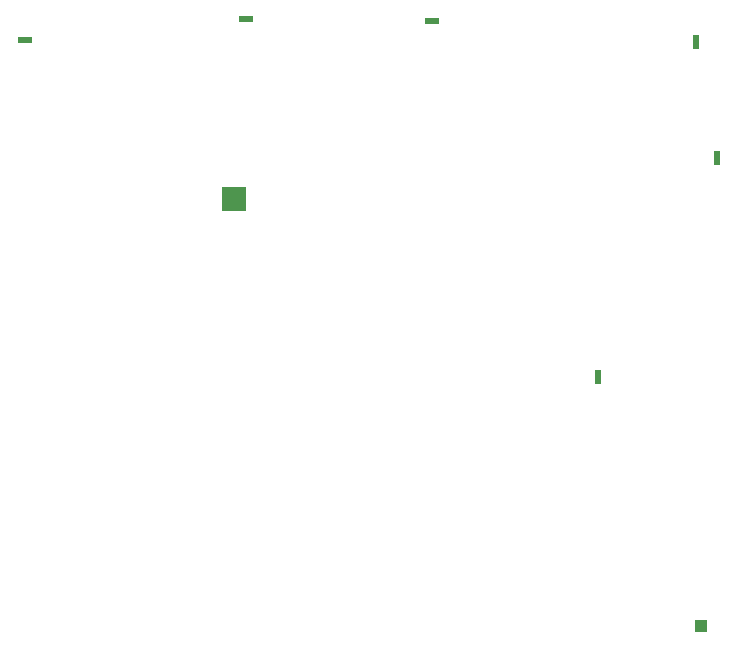
<source format=gbp>
G04 (created by PCBNEW (2013-08-24 BZR 4298)-stable) date Sat 23 Aug 2014 11:13:58 AM PDT*
%MOIN*%
G04 Gerber Fmt 3.4, Leading zero omitted, Abs format*
%FSLAX34Y34*%
G01*
G70*
G90*
G04 APERTURE LIST*
%ADD10C,0.005906*%
%ADD11R,0.078720X0.078720*%
%ADD12R,0.047244X0.021260*%
%ADD13R,0.021260X0.047244*%
%ADD14R,0.041732X0.041732*%
G04 APERTURE END LIST*
G54D10*
G54D11*
X50003Y-35208D03*
G54D12*
X43031Y-29921D03*
X56594Y-29291D03*
G54D13*
X66102Y-33858D03*
X65413Y-29980D03*
X62129Y-41169D03*
G54D12*
X50393Y-29212D03*
G54D14*
X65590Y-49468D03*
M02*

</source>
